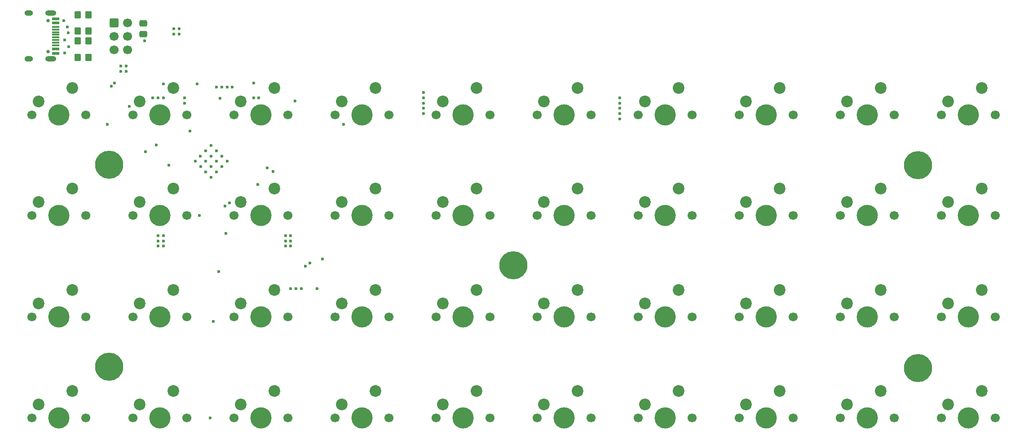
<source format=gts>
G04 #@! TF.GenerationSoftware,KiCad,Pcbnew,8.0.9-8.0.9-0~ubuntu22.04.1*
G04 #@! TF.CreationDate,2025-05-05T00:51:58+08:00*
G04 #@! TF.ProjectId,macropad,6d616372-6f70-4616-942e-6b696361645f,rev?*
G04 #@! TF.SameCoordinates,Original*
G04 #@! TF.FileFunction,Soldermask,Top*
G04 #@! TF.FilePolarity,Negative*
%FSLAX46Y46*%
G04 Gerber Fmt 4.6, Leading zero omitted, Abs format (unit mm)*
G04 Created by KiCad (PCBNEW 8.0.9-8.0.9-0~ubuntu22.04.1) date 2025-05-05 00:51:58*
%MOMM*%
%LPD*%
G01*
G04 APERTURE LIST*
G04 Aperture macros list*
%AMRoundRect*
0 Rectangle with rounded corners*
0 $1 Rounding radius*
0 $2 $3 $4 $5 $6 $7 $8 $9 X,Y pos of 4 corners*
0 Add a 4 corners polygon primitive as box body*
4,1,4,$2,$3,$4,$5,$6,$7,$8,$9,$2,$3,0*
0 Add four circle primitives for the rounded corners*
1,1,$1+$1,$2,$3*
1,1,$1+$1,$4,$5*
1,1,$1+$1,$6,$7*
1,1,$1+$1,$8,$9*
0 Add four rect primitives between the rounded corners*
20,1,$1+$1,$2,$3,$4,$5,0*
20,1,$1+$1,$4,$5,$6,$7,0*
20,1,$1+$1,$6,$7,$8,$9,0*
20,1,$1+$1,$8,$9,$2,$3,0*%
G04 Aperture macros list end*
%ADD10C,1.700000*%
%ADD11C,4.000000*%
%ADD12C,2.200000*%
%ADD13RoundRect,0.250000X-0.475000X0.337500X-0.475000X-0.337500X0.475000X-0.337500X0.475000X0.337500X0*%
%ADD14C,5.300000*%
%ADD15RoundRect,0.250000X-0.600000X-0.600000X0.600000X-0.600000X0.600000X0.600000X-0.600000X0.600000X0*%
%ADD16RoundRect,0.250000X0.350000X0.450000X-0.350000X0.450000X-0.350000X-0.450000X0.350000X-0.450000X0*%
%ADD17RoundRect,0.250000X-0.350000X-0.450000X0.350000X-0.450000X0.350000X0.450000X-0.350000X0.450000X0*%
%ADD18C,0.650000*%
%ADD19R,1.450000X0.600000*%
%ADD20R,1.450000X0.300000*%
%ADD21O,2.100000X1.000000*%
%ADD22O,1.600000X1.000000*%
%ADD23C,0.600000*%
G04 APERTURE END LIST*
D10*
X190500000Y-114220000D03*
D11*
X195580000Y-114220000D03*
D10*
X200660000Y-114220000D03*
D12*
X198120000Y-109140000D03*
X191770000Y-111680000D03*
D10*
X209550000Y-152400000D03*
D11*
X214630000Y-152400000D03*
D10*
X219710000Y-152400000D03*
D12*
X217170000Y-147320000D03*
X210820000Y-149860000D03*
D10*
X152400000Y-114220000D03*
D11*
X157480000Y-114220000D03*
D10*
X162560000Y-114220000D03*
D12*
X160020000Y-109140000D03*
X153670000Y-111680000D03*
D10*
X228600000Y-95250000D03*
D11*
X233680000Y-95250000D03*
D10*
X238760000Y-95250000D03*
D12*
X236220000Y-90170000D03*
X229870000Y-92710000D03*
D13*
X97200000Y-77962500D03*
X97200000Y-80037500D03*
D10*
X190500000Y-152400000D03*
D11*
X195580000Y-152400000D03*
D10*
X200660000Y-152400000D03*
D12*
X198120000Y-147320000D03*
X191770000Y-149860000D03*
D10*
X95250000Y-95250000D03*
D11*
X100330000Y-95250000D03*
D10*
X105410000Y-95250000D03*
D12*
X102870000Y-90170000D03*
X96520000Y-92710000D03*
D10*
X152400000Y-152400000D03*
D11*
X157480000Y-152400000D03*
D10*
X162560000Y-152400000D03*
D12*
X160020000Y-147320000D03*
X153670000Y-149860000D03*
D10*
X190500000Y-95250000D03*
D11*
X195580000Y-95250000D03*
D10*
X200660000Y-95250000D03*
D12*
X198120000Y-90170000D03*
X191770000Y-92710000D03*
D10*
X228600000Y-114220000D03*
D11*
X233680000Y-114220000D03*
D10*
X238760000Y-114220000D03*
D12*
X236220000Y-109140000D03*
X229870000Y-111680000D03*
D10*
X171450000Y-133350000D03*
D11*
X176530000Y-133350000D03*
D10*
X181610000Y-133350000D03*
D12*
X179070000Y-128270000D03*
X172720000Y-130810000D03*
D10*
X247650000Y-114220000D03*
D11*
X252730000Y-114220000D03*
D10*
X257810000Y-114220000D03*
D12*
X255270000Y-109140000D03*
X248920000Y-111680000D03*
D10*
X133350000Y-133350000D03*
D11*
X138430000Y-133350000D03*
D10*
X143510000Y-133350000D03*
D12*
X140970000Y-128270000D03*
X134620000Y-130810000D03*
D10*
X114300000Y-95250000D03*
D11*
X119380000Y-95250000D03*
D10*
X124460000Y-95250000D03*
D12*
X121920000Y-90170000D03*
X115570000Y-92710000D03*
D10*
X209550000Y-95250000D03*
D11*
X214630000Y-95250000D03*
D10*
X219710000Y-95250000D03*
D12*
X217170000Y-90170000D03*
X210820000Y-92710000D03*
D14*
X167000000Y-123600000D03*
D10*
X209550000Y-114220000D03*
D11*
X214630000Y-114220000D03*
D10*
X219710000Y-114220000D03*
D12*
X217170000Y-109140000D03*
X210820000Y-111680000D03*
D10*
X76200000Y-95250000D03*
D11*
X81280000Y-95250000D03*
D10*
X86360000Y-95250000D03*
D12*
X83820000Y-90170000D03*
X77470000Y-92710000D03*
D10*
X228600000Y-133350000D03*
D11*
X233680000Y-133350000D03*
D10*
X238760000Y-133350000D03*
D12*
X236220000Y-128270000D03*
X229870000Y-130810000D03*
D10*
X190500000Y-133350000D03*
D11*
X195580000Y-133350000D03*
D10*
X200660000Y-133350000D03*
D12*
X198120000Y-128270000D03*
X191770000Y-130810000D03*
D10*
X76200000Y-133350000D03*
D11*
X81280000Y-133350000D03*
D10*
X86360000Y-133350000D03*
D12*
X83820000Y-128270000D03*
X77470000Y-130810000D03*
D10*
X247650000Y-133350000D03*
D11*
X252730000Y-133350000D03*
D10*
X257810000Y-133350000D03*
D12*
X255270000Y-128270000D03*
X248920000Y-130810000D03*
D10*
X114300000Y-133350000D03*
D11*
X119380000Y-133350000D03*
D10*
X124460000Y-133350000D03*
D12*
X121920000Y-128270000D03*
X115570000Y-130810000D03*
D10*
X247650000Y-152400000D03*
D11*
X252730000Y-152400000D03*
D10*
X257810000Y-152400000D03*
D12*
X255270000Y-147320000D03*
X248920000Y-149860000D03*
D10*
X95250000Y-114220000D03*
D11*
X100330000Y-114220000D03*
D10*
X105410000Y-114220000D03*
D12*
X102870000Y-109140000D03*
X96520000Y-111680000D03*
D10*
X133350000Y-114220000D03*
D11*
X138430000Y-114220000D03*
D10*
X143510000Y-114220000D03*
D12*
X140970000Y-109140000D03*
X134620000Y-111680000D03*
D10*
X76200000Y-152400000D03*
D11*
X81280000Y-152400000D03*
D10*
X86360000Y-152400000D03*
D12*
X83820000Y-147320000D03*
X77470000Y-149860000D03*
D15*
X91730000Y-77855000D03*
D10*
X94270000Y-77855000D03*
X91730000Y-80395000D03*
X94270000Y-80395000D03*
X91730000Y-82935000D03*
X94270000Y-82935000D03*
X95250000Y-133350000D03*
D11*
X100330000Y-133350000D03*
D10*
X105410000Y-133350000D03*
D12*
X102870000Y-128270000D03*
X96520000Y-130810000D03*
D10*
X114300000Y-114220000D03*
D11*
X119380000Y-114220000D03*
D10*
X124460000Y-114220000D03*
D12*
X121920000Y-109140000D03*
X115570000Y-111680000D03*
D14*
X243250000Y-143000000D03*
D10*
X133350000Y-95250000D03*
D11*
X138430000Y-95250000D03*
D10*
X143510000Y-95250000D03*
D12*
X140970000Y-90170000D03*
X134620000Y-92710000D03*
D10*
X171450000Y-114220000D03*
D11*
X176530000Y-114220000D03*
D10*
X181610000Y-114220000D03*
D12*
X179070000Y-109140000D03*
X172720000Y-111680000D03*
D14*
X90800000Y-104600000D03*
D10*
X171450000Y-152400000D03*
D11*
X176530000Y-152400000D03*
D10*
X181610000Y-152400000D03*
D12*
X179070000Y-147320000D03*
X172720000Y-149860000D03*
D10*
X152400000Y-95250000D03*
D11*
X157480000Y-95250000D03*
D10*
X162560000Y-95250000D03*
D12*
X160020000Y-90170000D03*
X153670000Y-92710000D03*
D14*
X90750000Y-142750000D03*
D10*
X152400000Y-133350000D03*
D11*
X157480000Y-133350000D03*
D10*
X162560000Y-133350000D03*
D12*
X160020000Y-128270000D03*
X153670000Y-130810000D03*
D16*
X86865000Y-84375000D03*
X84865000Y-84375000D03*
D10*
X228600000Y-152400000D03*
D11*
X233680000Y-152400000D03*
D10*
X238760000Y-152400000D03*
D12*
X236220000Y-147320000D03*
X229870000Y-149860000D03*
D10*
X247650000Y-95250000D03*
D11*
X252730000Y-95250000D03*
D10*
X257810000Y-95250000D03*
D12*
X255270000Y-90170000D03*
X248920000Y-92710000D03*
D10*
X171450000Y-95250000D03*
D11*
X176530000Y-95250000D03*
D10*
X181610000Y-95250000D03*
D12*
X179070000Y-90170000D03*
X172720000Y-92710000D03*
D16*
X86865000Y-79375000D03*
X84865000Y-79375000D03*
D14*
X243250000Y-104750000D03*
D10*
X114300000Y-152400000D03*
D11*
X119380000Y-152400000D03*
D10*
X124460000Y-152400000D03*
D12*
X121920000Y-147320000D03*
X115570000Y-149860000D03*
D17*
X84865000Y-81285000D03*
X86865000Y-81285000D03*
D18*
X79240000Y-77485000D03*
X79240000Y-83265000D03*
D19*
X80685000Y-77125000D03*
X80685000Y-77925000D03*
D20*
X80685000Y-79125000D03*
X80685000Y-80125000D03*
X80685000Y-80625000D03*
X80685000Y-81625000D03*
D19*
X80685000Y-82825000D03*
X80685000Y-83625000D03*
X80685000Y-83625000D03*
X80685000Y-82825000D03*
D20*
X80685000Y-82125000D03*
X80685000Y-81125000D03*
X80685000Y-79625000D03*
X80685000Y-78625000D03*
D19*
X80685000Y-77925000D03*
X80685000Y-77125000D03*
D21*
X79770000Y-76055000D03*
D22*
X75590000Y-76055000D03*
D21*
X79770000Y-84695000D03*
D22*
X75590000Y-84695000D03*
D10*
X76200000Y-114220000D03*
D11*
X81280000Y-114220000D03*
D10*
X86360000Y-114220000D03*
D12*
X83820000Y-109140000D03*
X77470000Y-111680000D03*
D10*
X95250000Y-152400000D03*
D11*
X100330000Y-152400000D03*
D10*
X105410000Y-152400000D03*
D12*
X102870000Y-147320000D03*
X96520000Y-149860000D03*
D10*
X133350000Y-152400000D03*
D11*
X138430000Y-152400000D03*
D10*
X143510000Y-152400000D03*
D12*
X140970000Y-147320000D03*
X134620000Y-149860000D03*
D10*
X209550000Y-133350000D03*
D11*
X214630000Y-133350000D03*
D10*
X219710000Y-133350000D03*
D12*
X217170000Y-128270000D03*
X210820000Y-130810000D03*
D16*
X86865000Y-76400000D03*
X84865000Y-76400000D03*
D23*
X104000000Y-79000000D03*
X104000000Y-80000000D03*
X103000000Y-80000000D03*
X103000000Y-79000000D03*
X94000000Y-86000000D03*
X94000000Y-87000000D03*
X93000000Y-87000000D03*
X93000000Y-86000000D03*
X127000000Y-128000000D03*
X126000000Y-128000000D03*
X125000000Y-128000000D03*
X135000000Y-97000000D03*
X187000000Y-96000000D03*
X187000000Y-95000000D03*
X187000000Y-94000000D03*
X187000000Y-93000000D03*
X187000000Y-92000000D03*
X150000000Y-94000000D03*
X150000000Y-95000000D03*
X150000000Y-93000000D03*
X150000000Y-92000000D03*
X150000000Y-91000000D03*
X125000000Y-118000000D03*
X125000000Y-119000000D03*
X125000000Y-120000000D03*
X124000000Y-120000000D03*
X124000000Y-119000000D03*
X124000000Y-118000000D03*
X101000000Y-118000000D03*
X101000000Y-119000000D03*
X101000000Y-120000000D03*
X100000000Y-120000000D03*
X100000000Y-119000000D03*
X100000000Y-118000000D03*
X118000000Y-92000000D03*
X119000000Y-92000000D03*
X101000000Y-92000000D03*
X100000000Y-92000000D03*
X99000000Y-92000000D03*
X105000000Y-93000000D03*
X105000000Y-92000000D03*
X114000000Y-90000000D03*
X113000000Y-90000000D03*
X112000000Y-90000000D03*
X111000000Y-90000000D03*
X108991332Y-104000000D03*
X110000000Y-105000000D03*
X111000000Y-104000000D03*
X110000000Y-103000000D03*
X113000000Y-104000000D03*
X112000000Y-105000000D03*
X111000000Y-106000000D03*
X110000000Y-107000000D03*
X108991332Y-106000000D03*
X108000000Y-105000000D03*
X112000000Y-103000000D03*
X111000000Y-102000000D03*
X110000000Y-101000000D03*
X109000000Y-102000000D03*
X107934314Y-103065686D03*
X107000000Y-104000000D03*
X97600000Y-102200000D03*
X128600000Y-123150000D03*
X120600000Y-105200000D03*
X127800000Y-123800000D03*
X121640520Y-105890670D03*
X83030870Y-79775000D03*
X83115000Y-82375000D03*
X130000000Y-128000000D03*
X112800000Y-117600000D03*
X111400000Y-124800000D03*
X131000000Y-122400000D03*
X82400000Y-83600000D03*
X118800000Y-108400000D03*
X107750000Y-114250000D03*
X106000000Y-98250000D03*
X99650000Y-100875000D03*
X82225761Y-77425761D03*
X102050000Y-104750000D03*
X111700000Y-92100000D03*
X109800000Y-152400000D03*
X112600000Y-112400000D03*
X110400000Y-134200000D03*
X113470000Y-111800000D03*
X94600000Y-93600000D03*
X90400000Y-97000000D03*
X107400000Y-89400000D03*
X118000000Y-89200000D03*
X101000000Y-89400000D03*
X125800000Y-92600000D03*
X82865000Y-78625000D03*
X82380870Y-81109130D03*
X97450000Y-81300000D03*
X91199479Y-89800521D03*
X91800521Y-89199479D03*
M02*

</source>
